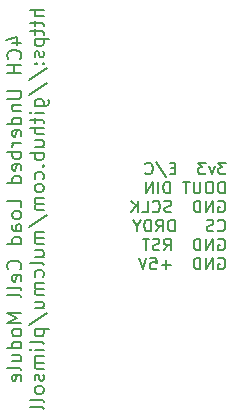
<source format=gbr>
%TF.GenerationSoftware,KiCad,Pcbnew,9.0.6*%
%TF.CreationDate,2025-12-29T21:08:54-05:00*%
%TF.ProjectId,plimsoll,706c696d-736f-46c6-9c2e-6b696361645f,rev?*%
%TF.SameCoordinates,Original*%
%TF.FileFunction,Legend,Bot*%
%TF.FilePolarity,Positive*%
%FSLAX46Y46*%
G04 Gerber Fmt 4.6, Leading zero omitted, Abs format (unit mm)*
G04 Created by KiCad (PCBNEW 9.0.6) date 2025-12-29 21:08:54*
%MOMM*%
%LPD*%
G01*
G04 APERTURE LIST*
G04 Aperture macros list*
%AMRoundRect*
0 Rectangle with rounded corners*
0 $1 Rounding radius*
0 $2 $3 $4 $5 $6 $7 $8 $9 X,Y pos of 4 corners*
0 Add a 4 corners polygon primitive as box body*
4,1,4,$2,$3,$4,$5,$6,$7,$8,$9,$2,$3,0*
0 Add four circle primitives for the rounded corners*
1,1,$1+$1,$2,$3*
1,1,$1+$1,$4,$5*
1,1,$1+$1,$6,$7*
1,1,$1+$1,$8,$9*
0 Add four rect primitives between the rounded corners*
20,1,$1+$1,$2,$3,$4,$5,0*
20,1,$1+$1,$4,$5,$6,$7,0*
20,1,$1+$1,$6,$7,$8,$9,0*
20,1,$1+$1,$8,$9,$2,$3,0*%
G04 Aperture macros list end*
%ADD10C,0.200000*%
%ADD11C,0.150000*%
%ADD12C,3.200000*%
%ADD13R,1.700000X1.700000*%
%ADD14C,1.700000*%
%ADD15RoundRect,0.250000X0.725000X-0.600000X0.725000X0.600000X-0.725000X0.600000X-0.725000X-0.600000X0*%
%ADD16O,1.950000X1.700000*%
%ADD17RoundRect,0.250000X0.600000X0.725000X-0.600000X0.725000X-0.600000X-0.725000X0.600000X-0.725000X0*%
%ADD18O,1.700000X1.950000*%
%ADD19RoundRect,0.250000X-0.725000X0.600000X-0.725000X-0.600000X0.725000X-0.600000X0.725000X0.600000X0*%
%ADD20RoundRect,0.250000X-0.600000X-0.725000X0.600000X-0.725000X0.600000X0.725000X-0.600000X0.725000X0*%
G04 APERTURE END LIST*
D10*
X131975564Y-119817499D02*
X131356517Y-119817499D01*
X131356517Y-119817499D02*
X131689850Y-120198451D01*
X131689850Y-120198451D02*
X131546993Y-120198451D01*
X131546993Y-120198451D02*
X131451755Y-120246070D01*
X131451755Y-120246070D02*
X131404136Y-120293689D01*
X131404136Y-120293689D02*
X131356517Y-120388927D01*
X131356517Y-120388927D02*
X131356517Y-120627022D01*
X131356517Y-120627022D02*
X131404136Y-120722260D01*
X131404136Y-120722260D02*
X131451755Y-120769880D01*
X131451755Y-120769880D02*
X131546993Y-120817499D01*
X131546993Y-120817499D02*
X131832707Y-120817499D01*
X131832707Y-120817499D02*
X131927945Y-120769880D01*
X131927945Y-120769880D02*
X131975564Y-120722260D01*
X131023183Y-120150832D02*
X130785088Y-120817499D01*
X130785088Y-120817499D02*
X130546993Y-120150832D01*
X130261278Y-119817499D02*
X129642231Y-119817499D01*
X129642231Y-119817499D02*
X129975564Y-120198451D01*
X129975564Y-120198451D02*
X129832707Y-120198451D01*
X129832707Y-120198451D02*
X129737469Y-120246070D01*
X129737469Y-120246070D02*
X129689850Y-120293689D01*
X129689850Y-120293689D02*
X129642231Y-120388927D01*
X129642231Y-120388927D02*
X129642231Y-120627022D01*
X129642231Y-120627022D02*
X129689850Y-120722260D01*
X129689850Y-120722260D02*
X129737469Y-120769880D01*
X129737469Y-120769880D02*
X129832707Y-120817499D01*
X129832707Y-120817499D02*
X130118421Y-120817499D01*
X130118421Y-120817499D02*
X130213659Y-120769880D01*
X130213659Y-120769880D02*
X130261278Y-120722260D01*
X127689849Y-120293689D02*
X127356516Y-120293689D01*
X127213659Y-120817499D02*
X127689849Y-120817499D01*
X127689849Y-120817499D02*
X127689849Y-119817499D01*
X127689849Y-119817499D02*
X127213659Y-119817499D01*
X126070802Y-119769880D02*
X126927944Y-121055594D01*
X125166040Y-120722260D02*
X125213659Y-120769880D01*
X125213659Y-120769880D02*
X125356516Y-120817499D01*
X125356516Y-120817499D02*
X125451754Y-120817499D01*
X125451754Y-120817499D02*
X125594611Y-120769880D01*
X125594611Y-120769880D02*
X125689849Y-120674641D01*
X125689849Y-120674641D02*
X125737468Y-120579403D01*
X125737468Y-120579403D02*
X125785087Y-120388927D01*
X125785087Y-120388927D02*
X125785087Y-120246070D01*
X125785087Y-120246070D02*
X125737468Y-120055594D01*
X125737468Y-120055594D02*
X125689849Y-119960356D01*
X125689849Y-119960356D02*
X125594611Y-119865118D01*
X125594611Y-119865118D02*
X125451754Y-119817499D01*
X125451754Y-119817499D02*
X125356516Y-119817499D01*
X125356516Y-119817499D02*
X125213659Y-119865118D01*
X125213659Y-119865118D02*
X125166040Y-119912737D01*
X131880326Y-122427443D02*
X131880326Y-121427443D01*
X131880326Y-121427443D02*
X131642231Y-121427443D01*
X131642231Y-121427443D02*
X131499374Y-121475062D01*
X131499374Y-121475062D02*
X131404136Y-121570300D01*
X131404136Y-121570300D02*
X131356517Y-121665538D01*
X131356517Y-121665538D02*
X131308898Y-121856014D01*
X131308898Y-121856014D02*
X131308898Y-121998871D01*
X131308898Y-121998871D02*
X131356517Y-122189347D01*
X131356517Y-122189347D02*
X131404136Y-122284585D01*
X131404136Y-122284585D02*
X131499374Y-122379824D01*
X131499374Y-122379824D02*
X131642231Y-122427443D01*
X131642231Y-122427443D02*
X131880326Y-122427443D01*
X130689850Y-121427443D02*
X130499374Y-121427443D01*
X130499374Y-121427443D02*
X130404136Y-121475062D01*
X130404136Y-121475062D02*
X130308898Y-121570300D01*
X130308898Y-121570300D02*
X130261279Y-121760776D01*
X130261279Y-121760776D02*
X130261279Y-122094109D01*
X130261279Y-122094109D02*
X130308898Y-122284585D01*
X130308898Y-122284585D02*
X130404136Y-122379824D01*
X130404136Y-122379824D02*
X130499374Y-122427443D01*
X130499374Y-122427443D02*
X130689850Y-122427443D01*
X130689850Y-122427443D02*
X130785088Y-122379824D01*
X130785088Y-122379824D02*
X130880326Y-122284585D01*
X130880326Y-122284585D02*
X130927945Y-122094109D01*
X130927945Y-122094109D02*
X130927945Y-121760776D01*
X130927945Y-121760776D02*
X130880326Y-121570300D01*
X130880326Y-121570300D02*
X130785088Y-121475062D01*
X130785088Y-121475062D02*
X130689850Y-121427443D01*
X129832707Y-121427443D02*
X129832707Y-122236966D01*
X129832707Y-122236966D02*
X129785088Y-122332204D01*
X129785088Y-122332204D02*
X129737469Y-122379824D01*
X129737469Y-122379824D02*
X129642231Y-122427443D01*
X129642231Y-122427443D02*
X129451755Y-122427443D01*
X129451755Y-122427443D02*
X129356517Y-122379824D01*
X129356517Y-122379824D02*
X129308898Y-122332204D01*
X129308898Y-122332204D02*
X129261279Y-122236966D01*
X129261279Y-122236966D02*
X129261279Y-121427443D01*
X128927945Y-121427443D02*
X128356517Y-121427443D01*
X128642231Y-122427443D02*
X128642231Y-121427443D01*
X127261278Y-122427443D02*
X127261278Y-121427443D01*
X127261278Y-121427443D02*
X127023183Y-121427443D01*
X127023183Y-121427443D02*
X126880326Y-121475062D01*
X126880326Y-121475062D02*
X126785088Y-121570300D01*
X126785088Y-121570300D02*
X126737469Y-121665538D01*
X126737469Y-121665538D02*
X126689850Y-121856014D01*
X126689850Y-121856014D02*
X126689850Y-121998871D01*
X126689850Y-121998871D02*
X126737469Y-122189347D01*
X126737469Y-122189347D02*
X126785088Y-122284585D01*
X126785088Y-122284585D02*
X126880326Y-122379824D01*
X126880326Y-122379824D02*
X127023183Y-122427443D01*
X127023183Y-122427443D02*
X127261278Y-122427443D01*
X126261278Y-122427443D02*
X126261278Y-121427443D01*
X125785088Y-122427443D02*
X125785088Y-121427443D01*
X125785088Y-121427443D02*
X125213660Y-122427443D01*
X125213660Y-122427443D02*
X125213660Y-121427443D01*
X131356517Y-123085006D02*
X131451755Y-123037387D01*
X131451755Y-123037387D02*
X131594612Y-123037387D01*
X131594612Y-123037387D02*
X131737469Y-123085006D01*
X131737469Y-123085006D02*
X131832707Y-123180244D01*
X131832707Y-123180244D02*
X131880326Y-123275482D01*
X131880326Y-123275482D02*
X131927945Y-123465958D01*
X131927945Y-123465958D02*
X131927945Y-123608815D01*
X131927945Y-123608815D02*
X131880326Y-123799291D01*
X131880326Y-123799291D02*
X131832707Y-123894529D01*
X131832707Y-123894529D02*
X131737469Y-123989768D01*
X131737469Y-123989768D02*
X131594612Y-124037387D01*
X131594612Y-124037387D02*
X131499374Y-124037387D01*
X131499374Y-124037387D02*
X131356517Y-123989768D01*
X131356517Y-123989768D02*
X131308898Y-123942148D01*
X131308898Y-123942148D02*
X131308898Y-123608815D01*
X131308898Y-123608815D02*
X131499374Y-123608815D01*
X130880326Y-124037387D02*
X130880326Y-123037387D01*
X130880326Y-123037387D02*
X130308898Y-124037387D01*
X130308898Y-124037387D02*
X130308898Y-123037387D01*
X129832707Y-124037387D02*
X129832707Y-123037387D01*
X129832707Y-123037387D02*
X129594612Y-123037387D01*
X129594612Y-123037387D02*
X129451755Y-123085006D01*
X129451755Y-123085006D02*
X129356517Y-123180244D01*
X129356517Y-123180244D02*
X129308898Y-123275482D01*
X129308898Y-123275482D02*
X129261279Y-123465958D01*
X129261279Y-123465958D02*
X129261279Y-123608815D01*
X129261279Y-123608815D02*
X129308898Y-123799291D01*
X129308898Y-123799291D02*
X129356517Y-123894529D01*
X129356517Y-123894529D02*
X129451755Y-123989768D01*
X129451755Y-123989768D02*
X129594612Y-124037387D01*
X129594612Y-124037387D02*
X129832707Y-124037387D01*
X127356516Y-123989768D02*
X127213659Y-124037387D01*
X127213659Y-124037387D02*
X126975564Y-124037387D01*
X126975564Y-124037387D02*
X126880326Y-123989768D01*
X126880326Y-123989768D02*
X126832707Y-123942148D01*
X126832707Y-123942148D02*
X126785088Y-123846910D01*
X126785088Y-123846910D02*
X126785088Y-123751672D01*
X126785088Y-123751672D02*
X126832707Y-123656434D01*
X126832707Y-123656434D02*
X126880326Y-123608815D01*
X126880326Y-123608815D02*
X126975564Y-123561196D01*
X126975564Y-123561196D02*
X127166040Y-123513577D01*
X127166040Y-123513577D02*
X127261278Y-123465958D01*
X127261278Y-123465958D02*
X127308897Y-123418339D01*
X127308897Y-123418339D02*
X127356516Y-123323101D01*
X127356516Y-123323101D02*
X127356516Y-123227863D01*
X127356516Y-123227863D02*
X127308897Y-123132625D01*
X127308897Y-123132625D02*
X127261278Y-123085006D01*
X127261278Y-123085006D02*
X127166040Y-123037387D01*
X127166040Y-123037387D02*
X126927945Y-123037387D01*
X126927945Y-123037387D02*
X126785088Y-123085006D01*
X125785088Y-123942148D02*
X125832707Y-123989768D01*
X125832707Y-123989768D02*
X125975564Y-124037387D01*
X125975564Y-124037387D02*
X126070802Y-124037387D01*
X126070802Y-124037387D02*
X126213659Y-123989768D01*
X126213659Y-123989768D02*
X126308897Y-123894529D01*
X126308897Y-123894529D02*
X126356516Y-123799291D01*
X126356516Y-123799291D02*
X126404135Y-123608815D01*
X126404135Y-123608815D02*
X126404135Y-123465958D01*
X126404135Y-123465958D02*
X126356516Y-123275482D01*
X126356516Y-123275482D02*
X126308897Y-123180244D01*
X126308897Y-123180244D02*
X126213659Y-123085006D01*
X126213659Y-123085006D02*
X126070802Y-123037387D01*
X126070802Y-123037387D02*
X125975564Y-123037387D01*
X125975564Y-123037387D02*
X125832707Y-123085006D01*
X125832707Y-123085006D02*
X125785088Y-123132625D01*
X124880326Y-124037387D02*
X125356516Y-124037387D01*
X125356516Y-124037387D02*
X125356516Y-123037387D01*
X124546992Y-124037387D02*
X124546992Y-123037387D01*
X123975564Y-124037387D02*
X124404135Y-123465958D01*
X123975564Y-123037387D02*
X124546992Y-123608815D01*
X131308898Y-125552092D02*
X131356517Y-125599712D01*
X131356517Y-125599712D02*
X131499374Y-125647331D01*
X131499374Y-125647331D02*
X131594612Y-125647331D01*
X131594612Y-125647331D02*
X131737469Y-125599712D01*
X131737469Y-125599712D02*
X131832707Y-125504473D01*
X131832707Y-125504473D02*
X131880326Y-125409235D01*
X131880326Y-125409235D02*
X131927945Y-125218759D01*
X131927945Y-125218759D02*
X131927945Y-125075902D01*
X131927945Y-125075902D02*
X131880326Y-124885426D01*
X131880326Y-124885426D02*
X131832707Y-124790188D01*
X131832707Y-124790188D02*
X131737469Y-124694950D01*
X131737469Y-124694950D02*
X131594612Y-124647331D01*
X131594612Y-124647331D02*
X131499374Y-124647331D01*
X131499374Y-124647331D02*
X131356517Y-124694950D01*
X131356517Y-124694950D02*
X131308898Y-124742569D01*
X130927945Y-125599712D02*
X130785088Y-125647331D01*
X130785088Y-125647331D02*
X130546993Y-125647331D01*
X130546993Y-125647331D02*
X130451755Y-125599712D01*
X130451755Y-125599712D02*
X130404136Y-125552092D01*
X130404136Y-125552092D02*
X130356517Y-125456854D01*
X130356517Y-125456854D02*
X130356517Y-125361616D01*
X130356517Y-125361616D02*
X130404136Y-125266378D01*
X130404136Y-125266378D02*
X130451755Y-125218759D01*
X130451755Y-125218759D02*
X130546993Y-125171140D01*
X130546993Y-125171140D02*
X130737469Y-125123521D01*
X130737469Y-125123521D02*
X130832707Y-125075902D01*
X130832707Y-125075902D02*
X130880326Y-125028283D01*
X130880326Y-125028283D02*
X130927945Y-124933045D01*
X130927945Y-124933045D02*
X130927945Y-124837807D01*
X130927945Y-124837807D02*
X130880326Y-124742569D01*
X130880326Y-124742569D02*
X130832707Y-124694950D01*
X130832707Y-124694950D02*
X130737469Y-124647331D01*
X130737469Y-124647331D02*
X130499374Y-124647331D01*
X130499374Y-124647331D02*
X130356517Y-124694950D01*
X127642230Y-125647331D02*
X127642230Y-124647331D01*
X127642230Y-124647331D02*
X127404135Y-124647331D01*
X127404135Y-124647331D02*
X127261278Y-124694950D01*
X127261278Y-124694950D02*
X127166040Y-124790188D01*
X127166040Y-124790188D02*
X127118421Y-124885426D01*
X127118421Y-124885426D02*
X127070802Y-125075902D01*
X127070802Y-125075902D02*
X127070802Y-125218759D01*
X127070802Y-125218759D02*
X127118421Y-125409235D01*
X127118421Y-125409235D02*
X127166040Y-125504473D01*
X127166040Y-125504473D02*
X127261278Y-125599712D01*
X127261278Y-125599712D02*
X127404135Y-125647331D01*
X127404135Y-125647331D02*
X127642230Y-125647331D01*
X126070802Y-125647331D02*
X126404135Y-125171140D01*
X126642230Y-125647331D02*
X126642230Y-124647331D01*
X126642230Y-124647331D02*
X126261278Y-124647331D01*
X126261278Y-124647331D02*
X126166040Y-124694950D01*
X126166040Y-124694950D02*
X126118421Y-124742569D01*
X126118421Y-124742569D02*
X126070802Y-124837807D01*
X126070802Y-124837807D02*
X126070802Y-124980664D01*
X126070802Y-124980664D02*
X126118421Y-125075902D01*
X126118421Y-125075902D02*
X126166040Y-125123521D01*
X126166040Y-125123521D02*
X126261278Y-125171140D01*
X126261278Y-125171140D02*
X126642230Y-125171140D01*
X125642230Y-125647331D02*
X125642230Y-124647331D01*
X125642230Y-124647331D02*
X125404135Y-124647331D01*
X125404135Y-124647331D02*
X125261278Y-124694950D01*
X125261278Y-124694950D02*
X125166040Y-124790188D01*
X125166040Y-124790188D02*
X125118421Y-124885426D01*
X125118421Y-124885426D02*
X125070802Y-125075902D01*
X125070802Y-125075902D02*
X125070802Y-125218759D01*
X125070802Y-125218759D02*
X125118421Y-125409235D01*
X125118421Y-125409235D02*
X125166040Y-125504473D01*
X125166040Y-125504473D02*
X125261278Y-125599712D01*
X125261278Y-125599712D02*
X125404135Y-125647331D01*
X125404135Y-125647331D02*
X125642230Y-125647331D01*
X124451754Y-125171140D02*
X124451754Y-125647331D01*
X124785087Y-124647331D02*
X124451754Y-125171140D01*
X124451754Y-125171140D02*
X124118421Y-124647331D01*
X131356517Y-126304894D02*
X131451755Y-126257275D01*
X131451755Y-126257275D02*
X131594612Y-126257275D01*
X131594612Y-126257275D02*
X131737469Y-126304894D01*
X131737469Y-126304894D02*
X131832707Y-126400132D01*
X131832707Y-126400132D02*
X131880326Y-126495370D01*
X131880326Y-126495370D02*
X131927945Y-126685846D01*
X131927945Y-126685846D02*
X131927945Y-126828703D01*
X131927945Y-126828703D02*
X131880326Y-127019179D01*
X131880326Y-127019179D02*
X131832707Y-127114417D01*
X131832707Y-127114417D02*
X131737469Y-127209656D01*
X131737469Y-127209656D02*
X131594612Y-127257275D01*
X131594612Y-127257275D02*
X131499374Y-127257275D01*
X131499374Y-127257275D02*
X131356517Y-127209656D01*
X131356517Y-127209656D02*
X131308898Y-127162036D01*
X131308898Y-127162036D02*
X131308898Y-126828703D01*
X131308898Y-126828703D02*
X131499374Y-126828703D01*
X130880326Y-127257275D02*
X130880326Y-126257275D01*
X130880326Y-126257275D02*
X130308898Y-127257275D01*
X130308898Y-127257275D02*
X130308898Y-126257275D01*
X129832707Y-127257275D02*
X129832707Y-126257275D01*
X129832707Y-126257275D02*
X129594612Y-126257275D01*
X129594612Y-126257275D02*
X129451755Y-126304894D01*
X129451755Y-126304894D02*
X129356517Y-126400132D01*
X129356517Y-126400132D02*
X129308898Y-126495370D01*
X129308898Y-126495370D02*
X129261279Y-126685846D01*
X129261279Y-126685846D02*
X129261279Y-126828703D01*
X129261279Y-126828703D02*
X129308898Y-127019179D01*
X129308898Y-127019179D02*
X129356517Y-127114417D01*
X129356517Y-127114417D02*
X129451755Y-127209656D01*
X129451755Y-127209656D02*
X129594612Y-127257275D01*
X129594612Y-127257275D02*
X129832707Y-127257275D01*
X126737469Y-127257275D02*
X127070802Y-126781084D01*
X127308897Y-127257275D02*
X127308897Y-126257275D01*
X127308897Y-126257275D02*
X126927945Y-126257275D01*
X126927945Y-126257275D02*
X126832707Y-126304894D01*
X126832707Y-126304894D02*
X126785088Y-126352513D01*
X126785088Y-126352513D02*
X126737469Y-126447751D01*
X126737469Y-126447751D02*
X126737469Y-126590608D01*
X126737469Y-126590608D02*
X126785088Y-126685846D01*
X126785088Y-126685846D02*
X126832707Y-126733465D01*
X126832707Y-126733465D02*
X126927945Y-126781084D01*
X126927945Y-126781084D02*
X127308897Y-126781084D01*
X126356516Y-127209656D02*
X126213659Y-127257275D01*
X126213659Y-127257275D02*
X125975564Y-127257275D01*
X125975564Y-127257275D02*
X125880326Y-127209656D01*
X125880326Y-127209656D02*
X125832707Y-127162036D01*
X125832707Y-127162036D02*
X125785088Y-127066798D01*
X125785088Y-127066798D02*
X125785088Y-126971560D01*
X125785088Y-126971560D02*
X125832707Y-126876322D01*
X125832707Y-126876322D02*
X125880326Y-126828703D01*
X125880326Y-126828703D02*
X125975564Y-126781084D01*
X125975564Y-126781084D02*
X126166040Y-126733465D01*
X126166040Y-126733465D02*
X126261278Y-126685846D01*
X126261278Y-126685846D02*
X126308897Y-126638227D01*
X126308897Y-126638227D02*
X126356516Y-126542989D01*
X126356516Y-126542989D02*
X126356516Y-126447751D01*
X126356516Y-126447751D02*
X126308897Y-126352513D01*
X126308897Y-126352513D02*
X126261278Y-126304894D01*
X126261278Y-126304894D02*
X126166040Y-126257275D01*
X126166040Y-126257275D02*
X125927945Y-126257275D01*
X125927945Y-126257275D02*
X125785088Y-126304894D01*
X125499373Y-126257275D02*
X124927945Y-126257275D01*
X125213659Y-127257275D02*
X125213659Y-126257275D01*
X131356517Y-127914838D02*
X131451755Y-127867219D01*
X131451755Y-127867219D02*
X131594612Y-127867219D01*
X131594612Y-127867219D02*
X131737469Y-127914838D01*
X131737469Y-127914838D02*
X131832707Y-128010076D01*
X131832707Y-128010076D02*
X131880326Y-128105314D01*
X131880326Y-128105314D02*
X131927945Y-128295790D01*
X131927945Y-128295790D02*
X131927945Y-128438647D01*
X131927945Y-128438647D02*
X131880326Y-128629123D01*
X131880326Y-128629123D02*
X131832707Y-128724361D01*
X131832707Y-128724361D02*
X131737469Y-128819600D01*
X131737469Y-128819600D02*
X131594612Y-128867219D01*
X131594612Y-128867219D02*
X131499374Y-128867219D01*
X131499374Y-128867219D02*
X131356517Y-128819600D01*
X131356517Y-128819600D02*
X131308898Y-128771980D01*
X131308898Y-128771980D02*
X131308898Y-128438647D01*
X131308898Y-128438647D02*
X131499374Y-128438647D01*
X130880326Y-128867219D02*
X130880326Y-127867219D01*
X130880326Y-127867219D02*
X130308898Y-128867219D01*
X130308898Y-128867219D02*
X130308898Y-127867219D01*
X129832707Y-128867219D02*
X129832707Y-127867219D01*
X129832707Y-127867219D02*
X129594612Y-127867219D01*
X129594612Y-127867219D02*
X129451755Y-127914838D01*
X129451755Y-127914838D02*
X129356517Y-128010076D01*
X129356517Y-128010076D02*
X129308898Y-128105314D01*
X129308898Y-128105314D02*
X129261279Y-128295790D01*
X129261279Y-128295790D02*
X129261279Y-128438647D01*
X129261279Y-128438647D02*
X129308898Y-128629123D01*
X129308898Y-128629123D02*
X129356517Y-128724361D01*
X129356517Y-128724361D02*
X129451755Y-128819600D01*
X129451755Y-128819600D02*
X129594612Y-128867219D01*
X129594612Y-128867219D02*
X129832707Y-128867219D01*
X127308897Y-128486266D02*
X126546993Y-128486266D01*
X126927945Y-128867219D02*
X126927945Y-128105314D01*
X125594612Y-127867219D02*
X126070802Y-127867219D01*
X126070802Y-127867219D02*
X126118421Y-128343409D01*
X126118421Y-128343409D02*
X126070802Y-128295790D01*
X126070802Y-128295790D02*
X125975564Y-128248171D01*
X125975564Y-128248171D02*
X125737469Y-128248171D01*
X125737469Y-128248171D02*
X125642231Y-128295790D01*
X125642231Y-128295790D02*
X125594612Y-128343409D01*
X125594612Y-128343409D02*
X125546993Y-128438647D01*
X125546993Y-128438647D02*
X125546993Y-128676742D01*
X125546993Y-128676742D02*
X125594612Y-128771980D01*
X125594612Y-128771980D02*
X125642231Y-128819600D01*
X125642231Y-128819600D02*
X125737469Y-128867219D01*
X125737469Y-128867219D02*
X125975564Y-128867219D01*
X125975564Y-128867219D02*
X126070802Y-128819600D01*
X126070802Y-128819600D02*
X126118421Y-128771980D01*
X125261278Y-127867219D02*
X124927945Y-128867219D01*
X124927945Y-128867219D02*
X124594612Y-127867219D01*
D11*
X113863409Y-109721431D02*
X114663409Y-109721431D01*
X113406267Y-109435716D02*
X114263409Y-109150002D01*
X114263409Y-109150002D02*
X114263409Y-109892859D01*
X114549124Y-111035716D02*
X114606267Y-110978573D01*
X114606267Y-110978573D02*
X114663409Y-110807145D01*
X114663409Y-110807145D02*
X114663409Y-110692859D01*
X114663409Y-110692859D02*
X114606267Y-110521430D01*
X114606267Y-110521430D02*
X114491981Y-110407145D01*
X114491981Y-110407145D02*
X114377695Y-110350002D01*
X114377695Y-110350002D02*
X114149124Y-110292859D01*
X114149124Y-110292859D02*
X113977695Y-110292859D01*
X113977695Y-110292859D02*
X113749124Y-110350002D01*
X113749124Y-110350002D02*
X113634838Y-110407145D01*
X113634838Y-110407145D02*
X113520552Y-110521430D01*
X113520552Y-110521430D02*
X113463409Y-110692859D01*
X113463409Y-110692859D02*
X113463409Y-110807145D01*
X113463409Y-110807145D02*
X113520552Y-110978573D01*
X113520552Y-110978573D02*
X113577695Y-111035716D01*
X114663409Y-111550002D02*
X113463409Y-111550002D01*
X114034838Y-111550002D02*
X114034838Y-112235716D01*
X114663409Y-112235716D02*
X113463409Y-112235716D01*
X113463409Y-113721431D02*
X114434838Y-113721431D01*
X114434838Y-113721431D02*
X114549124Y-113778574D01*
X114549124Y-113778574D02*
X114606267Y-113835717D01*
X114606267Y-113835717D02*
X114663409Y-113950002D01*
X114663409Y-113950002D02*
X114663409Y-114178574D01*
X114663409Y-114178574D02*
X114606267Y-114292859D01*
X114606267Y-114292859D02*
X114549124Y-114350002D01*
X114549124Y-114350002D02*
X114434838Y-114407145D01*
X114434838Y-114407145D02*
X113463409Y-114407145D01*
X113863409Y-114978574D02*
X114663409Y-114978574D01*
X113977695Y-114978574D02*
X113920552Y-115035717D01*
X113920552Y-115035717D02*
X113863409Y-115150002D01*
X113863409Y-115150002D02*
X113863409Y-115321431D01*
X113863409Y-115321431D02*
X113920552Y-115435717D01*
X113920552Y-115435717D02*
X114034838Y-115492860D01*
X114034838Y-115492860D02*
X114663409Y-115492860D01*
X114663409Y-116578574D02*
X113463409Y-116578574D01*
X114606267Y-116578574D02*
X114663409Y-116464288D01*
X114663409Y-116464288D02*
X114663409Y-116235716D01*
X114663409Y-116235716D02*
X114606267Y-116121431D01*
X114606267Y-116121431D02*
X114549124Y-116064288D01*
X114549124Y-116064288D02*
X114434838Y-116007145D01*
X114434838Y-116007145D02*
X114091981Y-116007145D01*
X114091981Y-116007145D02*
X113977695Y-116064288D01*
X113977695Y-116064288D02*
X113920552Y-116121431D01*
X113920552Y-116121431D02*
X113863409Y-116235716D01*
X113863409Y-116235716D02*
X113863409Y-116464288D01*
X113863409Y-116464288D02*
X113920552Y-116578574D01*
X114606267Y-117607145D02*
X114663409Y-117492859D01*
X114663409Y-117492859D02*
X114663409Y-117264288D01*
X114663409Y-117264288D02*
X114606267Y-117150002D01*
X114606267Y-117150002D02*
X114491981Y-117092859D01*
X114491981Y-117092859D02*
X114034838Y-117092859D01*
X114034838Y-117092859D02*
X113920552Y-117150002D01*
X113920552Y-117150002D02*
X113863409Y-117264288D01*
X113863409Y-117264288D02*
X113863409Y-117492859D01*
X113863409Y-117492859D02*
X113920552Y-117607145D01*
X113920552Y-117607145D02*
X114034838Y-117664288D01*
X114034838Y-117664288D02*
X114149124Y-117664288D01*
X114149124Y-117664288D02*
X114263409Y-117092859D01*
X114663409Y-118178573D02*
X113863409Y-118178573D01*
X114091981Y-118178573D02*
X113977695Y-118235716D01*
X113977695Y-118235716D02*
X113920552Y-118292859D01*
X113920552Y-118292859D02*
X113863409Y-118407144D01*
X113863409Y-118407144D02*
X113863409Y-118521430D01*
X114663409Y-118921430D02*
X113463409Y-118921430D01*
X113920552Y-118921430D02*
X113863409Y-119035716D01*
X113863409Y-119035716D02*
X113863409Y-119264287D01*
X113863409Y-119264287D02*
X113920552Y-119378573D01*
X113920552Y-119378573D02*
X113977695Y-119435716D01*
X113977695Y-119435716D02*
X114091981Y-119492858D01*
X114091981Y-119492858D02*
X114434838Y-119492858D01*
X114434838Y-119492858D02*
X114549124Y-119435716D01*
X114549124Y-119435716D02*
X114606267Y-119378573D01*
X114606267Y-119378573D02*
X114663409Y-119264287D01*
X114663409Y-119264287D02*
X114663409Y-119035716D01*
X114663409Y-119035716D02*
X114606267Y-118921430D01*
X114606267Y-120464287D02*
X114663409Y-120350001D01*
X114663409Y-120350001D02*
X114663409Y-120121430D01*
X114663409Y-120121430D02*
X114606267Y-120007144D01*
X114606267Y-120007144D02*
X114491981Y-119950001D01*
X114491981Y-119950001D02*
X114034838Y-119950001D01*
X114034838Y-119950001D02*
X113920552Y-120007144D01*
X113920552Y-120007144D02*
X113863409Y-120121430D01*
X113863409Y-120121430D02*
X113863409Y-120350001D01*
X113863409Y-120350001D02*
X113920552Y-120464287D01*
X113920552Y-120464287D02*
X114034838Y-120521430D01*
X114034838Y-120521430D02*
X114149124Y-120521430D01*
X114149124Y-120521430D02*
X114263409Y-119950001D01*
X114663409Y-121550001D02*
X113463409Y-121550001D01*
X114606267Y-121550001D02*
X114663409Y-121435715D01*
X114663409Y-121435715D02*
X114663409Y-121207143D01*
X114663409Y-121207143D02*
X114606267Y-121092858D01*
X114606267Y-121092858D02*
X114549124Y-121035715D01*
X114549124Y-121035715D02*
X114434838Y-120978572D01*
X114434838Y-120978572D02*
X114091981Y-120978572D01*
X114091981Y-120978572D02*
X113977695Y-121035715D01*
X113977695Y-121035715D02*
X113920552Y-121092858D01*
X113920552Y-121092858D02*
X113863409Y-121207143D01*
X113863409Y-121207143D02*
X113863409Y-121435715D01*
X113863409Y-121435715D02*
X113920552Y-121550001D01*
X114663409Y-123607143D02*
X114663409Y-123035715D01*
X114663409Y-123035715D02*
X113463409Y-123035715D01*
X114663409Y-124178572D02*
X114606267Y-124064287D01*
X114606267Y-124064287D02*
X114549124Y-124007144D01*
X114549124Y-124007144D02*
X114434838Y-123950001D01*
X114434838Y-123950001D02*
X114091981Y-123950001D01*
X114091981Y-123950001D02*
X113977695Y-124007144D01*
X113977695Y-124007144D02*
X113920552Y-124064287D01*
X113920552Y-124064287D02*
X113863409Y-124178572D01*
X113863409Y-124178572D02*
X113863409Y-124350001D01*
X113863409Y-124350001D02*
X113920552Y-124464287D01*
X113920552Y-124464287D02*
X113977695Y-124521430D01*
X113977695Y-124521430D02*
X114091981Y-124578572D01*
X114091981Y-124578572D02*
X114434838Y-124578572D01*
X114434838Y-124578572D02*
X114549124Y-124521430D01*
X114549124Y-124521430D02*
X114606267Y-124464287D01*
X114606267Y-124464287D02*
X114663409Y-124350001D01*
X114663409Y-124350001D02*
X114663409Y-124178572D01*
X114663409Y-125607144D02*
X114034838Y-125607144D01*
X114034838Y-125607144D02*
X113920552Y-125550001D01*
X113920552Y-125550001D02*
X113863409Y-125435715D01*
X113863409Y-125435715D02*
X113863409Y-125207144D01*
X113863409Y-125207144D02*
X113920552Y-125092858D01*
X114606267Y-125607144D02*
X114663409Y-125492858D01*
X114663409Y-125492858D02*
X114663409Y-125207144D01*
X114663409Y-125207144D02*
X114606267Y-125092858D01*
X114606267Y-125092858D02*
X114491981Y-125035715D01*
X114491981Y-125035715D02*
X114377695Y-125035715D01*
X114377695Y-125035715D02*
X114263409Y-125092858D01*
X114263409Y-125092858D02*
X114206267Y-125207144D01*
X114206267Y-125207144D02*
X114206267Y-125492858D01*
X114206267Y-125492858D02*
X114149124Y-125607144D01*
X114663409Y-126692858D02*
X113463409Y-126692858D01*
X114606267Y-126692858D02*
X114663409Y-126578572D01*
X114663409Y-126578572D02*
X114663409Y-126350000D01*
X114663409Y-126350000D02*
X114606267Y-126235715D01*
X114606267Y-126235715D02*
X114549124Y-126178572D01*
X114549124Y-126178572D02*
X114434838Y-126121429D01*
X114434838Y-126121429D02*
X114091981Y-126121429D01*
X114091981Y-126121429D02*
X113977695Y-126178572D01*
X113977695Y-126178572D02*
X113920552Y-126235715D01*
X113920552Y-126235715D02*
X113863409Y-126350000D01*
X113863409Y-126350000D02*
X113863409Y-126578572D01*
X113863409Y-126578572D02*
X113920552Y-126692858D01*
X114549124Y-128864286D02*
X114606267Y-128807143D01*
X114606267Y-128807143D02*
X114663409Y-128635715D01*
X114663409Y-128635715D02*
X114663409Y-128521429D01*
X114663409Y-128521429D02*
X114606267Y-128350000D01*
X114606267Y-128350000D02*
X114491981Y-128235715D01*
X114491981Y-128235715D02*
X114377695Y-128178572D01*
X114377695Y-128178572D02*
X114149124Y-128121429D01*
X114149124Y-128121429D02*
X113977695Y-128121429D01*
X113977695Y-128121429D02*
X113749124Y-128178572D01*
X113749124Y-128178572D02*
X113634838Y-128235715D01*
X113634838Y-128235715D02*
X113520552Y-128350000D01*
X113520552Y-128350000D02*
X113463409Y-128521429D01*
X113463409Y-128521429D02*
X113463409Y-128635715D01*
X113463409Y-128635715D02*
X113520552Y-128807143D01*
X113520552Y-128807143D02*
X113577695Y-128864286D01*
X114606267Y-129835715D02*
X114663409Y-129721429D01*
X114663409Y-129721429D02*
X114663409Y-129492858D01*
X114663409Y-129492858D02*
X114606267Y-129378572D01*
X114606267Y-129378572D02*
X114491981Y-129321429D01*
X114491981Y-129321429D02*
X114034838Y-129321429D01*
X114034838Y-129321429D02*
X113920552Y-129378572D01*
X113920552Y-129378572D02*
X113863409Y-129492858D01*
X113863409Y-129492858D02*
X113863409Y-129721429D01*
X113863409Y-129721429D02*
X113920552Y-129835715D01*
X113920552Y-129835715D02*
X114034838Y-129892858D01*
X114034838Y-129892858D02*
X114149124Y-129892858D01*
X114149124Y-129892858D02*
X114263409Y-129321429D01*
X114663409Y-130578571D02*
X114606267Y-130464286D01*
X114606267Y-130464286D02*
X114491981Y-130407143D01*
X114491981Y-130407143D02*
X113463409Y-130407143D01*
X114663409Y-131207142D02*
X114606267Y-131092857D01*
X114606267Y-131092857D02*
X114491981Y-131035714D01*
X114491981Y-131035714D02*
X113463409Y-131035714D01*
X114663409Y-132578571D02*
X113463409Y-132578571D01*
X113463409Y-132578571D02*
X114320552Y-132978571D01*
X114320552Y-132978571D02*
X113463409Y-133378571D01*
X113463409Y-133378571D02*
X114663409Y-133378571D01*
X114663409Y-134121428D02*
X114606267Y-134007143D01*
X114606267Y-134007143D02*
X114549124Y-133950000D01*
X114549124Y-133950000D02*
X114434838Y-133892857D01*
X114434838Y-133892857D02*
X114091981Y-133892857D01*
X114091981Y-133892857D02*
X113977695Y-133950000D01*
X113977695Y-133950000D02*
X113920552Y-134007143D01*
X113920552Y-134007143D02*
X113863409Y-134121428D01*
X113863409Y-134121428D02*
X113863409Y-134292857D01*
X113863409Y-134292857D02*
X113920552Y-134407143D01*
X113920552Y-134407143D02*
X113977695Y-134464286D01*
X113977695Y-134464286D02*
X114091981Y-134521428D01*
X114091981Y-134521428D02*
X114434838Y-134521428D01*
X114434838Y-134521428D02*
X114549124Y-134464286D01*
X114549124Y-134464286D02*
X114606267Y-134407143D01*
X114606267Y-134407143D02*
X114663409Y-134292857D01*
X114663409Y-134292857D02*
X114663409Y-134121428D01*
X114663409Y-135550000D02*
X113463409Y-135550000D01*
X114606267Y-135550000D02*
X114663409Y-135435714D01*
X114663409Y-135435714D02*
X114663409Y-135207142D01*
X114663409Y-135207142D02*
X114606267Y-135092857D01*
X114606267Y-135092857D02*
X114549124Y-135035714D01*
X114549124Y-135035714D02*
X114434838Y-134978571D01*
X114434838Y-134978571D02*
X114091981Y-134978571D01*
X114091981Y-134978571D02*
X113977695Y-135035714D01*
X113977695Y-135035714D02*
X113920552Y-135092857D01*
X113920552Y-135092857D02*
X113863409Y-135207142D01*
X113863409Y-135207142D02*
X113863409Y-135435714D01*
X113863409Y-135435714D02*
X113920552Y-135550000D01*
X113863409Y-136635714D02*
X114663409Y-136635714D01*
X113863409Y-136121428D02*
X114491981Y-136121428D01*
X114491981Y-136121428D02*
X114606267Y-136178571D01*
X114606267Y-136178571D02*
X114663409Y-136292856D01*
X114663409Y-136292856D02*
X114663409Y-136464285D01*
X114663409Y-136464285D02*
X114606267Y-136578571D01*
X114606267Y-136578571D02*
X114549124Y-136635714D01*
X114663409Y-137378570D02*
X114606267Y-137264285D01*
X114606267Y-137264285D02*
X114491981Y-137207142D01*
X114491981Y-137207142D02*
X113463409Y-137207142D01*
X114606267Y-138292856D02*
X114663409Y-138178570D01*
X114663409Y-138178570D02*
X114663409Y-137949999D01*
X114663409Y-137949999D02*
X114606267Y-137835713D01*
X114606267Y-137835713D02*
X114491981Y-137778570D01*
X114491981Y-137778570D02*
X114034838Y-137778570D01*
X114034838Y-137778570D02*
X113920552Y-137835713D01*
X113920552Y-137835713D02*
X113863409Y-137949999D01*
X113863409Y-137949999D02*
X113863409Y-138178570D01*
X113863409Y-138178570D02*
X113920552Y-138292856D01*
X113920552Y-138292856D02*
X114034838Y-138349999D01*
X114034838Y-138349999D02*
X114149124Y-138349999D01*
X114149124Y-138349999D02*
X114263409Y-137778570D01*
X116595342Y-106921430D02*
X115395342Y-106921430D01*
X116595342Y-107435716D02*
X115966771Y-107435716D01*
X115966771Y-107435716D02*
X115852485Y-107378573D01*
X115852485Y-107378573D02*
X115795342Y-107264287D01*
X115795342Y-107264287D02*
X115795342Y-107092858D01*
X115795342Y-107092858D02*
X115852485Y-106978573D01*
X115852485Y-106978573D02*
X115909628Y-106921430D01*
X115795342Y-107835715D02*
X115795342Y-108292858D01*
X115395342Y-108007144D02*
X116423914Y-108007144D01*
X116423914Y-108007144D02*
X116538200Y-108064287D01*
X116538200Y-108064287D02*
X116595342Y-108178572D01*
X116595342Y-108178572D02*
X116595342Y-108292858D01*
X115795342Y-108521429D02*
X115795342Y-108978572D01*
X115395342Y-108692858D02*
X116423914Y-108692858D01*
X116423914Y-108692858D02*
X116538200Y-108750001D01*
X116538200Y-108750001D02*
X116595342Y-108864286D01*
X116595342Y-108864286D02*
X116595342Y-108978572D01*
X115795342Y-109378572D02*
X116995342Y-109378572D01*
X115852485Y-109378572D02*
X115795342Y-109492858D01*
X115795342Y-109492858D02*
X115795342Y-109721429D01*
X115795342Y-109721429D02*
X115852485Y-109835715D01*
X115852485Y-109835715D02*
X115909628Y-109892858D01*
X115909628Y-109892858D02*
X116023914Y-109950000D01*
X116023914Y-109950000D02*
X116366771Y-109950000D01*
X116366771Y-109950000D02*
X116481057Y-109892858D01*
X116481057Y-109892858D02*
X116538200Y-109835715D01*
X116538200Y-109835715D02*
X116595342Y-109721429D01*
X116595342Y-109721429D02*
X116595342Y-109492858D01*
X116595342Y-109492858D02*
X116538200Y-109378572D01*
X116538200Y-110407143D02*
X116595342Y-110521429D01*
X116595342Y-110521429D02*
X116595342Y-110750000D01*
X116595342Y-110750000D02*
X116538200Y-110864286D01*
X116538200Y-110864286D02*
X116423914Y-110921429D01*
X116423914Y-110921429D02*
X116366771Y-110921429D01*
X116366771Y-110921429D02*
X116252485Y-110864286D01*
X116252485Y-110864286D02*
X116195342Y-110750000D01*
X116195342Y-110750000D02*
X116195342Y-110578572D01*
X116195342Y-110578572D02*
X116138200Y-110464286D01*
X116138200Y-110464286D02*
X116023914Y-110407143D01*
X116023914Y-110407143D02*
X115966771Y-110407143D01*
X115966771Y-110407143D02*
X115852485Y-110464286D01*
X115852485Y-110464286D02*
X115795342Y-110578572D01*
X115795342Y-110578572D02*
X115795342Y-110750000D01*
X115795342Y-110750000D02*
X115852485Y-110864286D01*
X116481057Y-111435715D02*
X116538200Y-111492858D01*
X116538200Y-111492858D02*
X116595342Y-111435715D01*
X116595342Y-111435715D02*
X116538200Y-111378572D01*
X116538200Y-111378572D02*
X116481057Y-111435715D01*
X116481057Y-111435715D02*
X116595342Y-111435715D01*
X115852485Y-111435715D02*
X115909628Y-111492858D01*
X115909628Y-111492858D02*
X115966771Y-111435715D01*
X115966771Y-111435715D02*
X115909628Y-111378572D01*
X115909628Y-111378572D02*
X115852485Y-111435715D01*
X115852485Y-111435715D02*
X115966771Y-111435715D01*
X115338200Y-112864287D02*
X116881057Y-111835715D01*
X115338200Y-114121430D02*
X116881057Y-113092858D01*
X115795342Y-115035716D02*
X116766771Y-115035716D01*
X116766771Y-115035716D02*
X116881057Y-114978573D01*
X116881057Y-114978573D02*
X116938200Y-114921430D01*
X116938200Y-114921430D02*
X116995342Y-114807144D01*
X116995342Y-114807144D02*
X116995342Y-114635716D01*
X116995342Y-114635716D02*
X116938200Y-114521430D01*
X116538200Y-115035716D02*
X116595342Y-114921430D01*
X116595342Y-114921430D02*
X116595342Y-114692858D01*
X116595342Y-114692858D02*
X116538200Y-114578573D01*
X116538200Y-114578573D02*
X116481057Y-114521430D01*
X116481057Y-114521430D02*
X116366771Y-114464287D01*
X116366771Y-114464287D02*
X116023914Y-114464287D01*
X116023914Y-114464287D02*
X115909628Y-114521430D01*
X115909628Y-114521430D02*
X115852485Y-114578573D01*
X115852485Y-114578573D02*
X115795342Y-114692858D01*
X115795342Y-114692858D02*
X115795342Y-114921430D01*
X115795342Y-114921430D02*
X115852485Y-115035716D01*
X116595342Y-115607144D02*
X115795342Y-115607144D01*
X115395342Y-115607144D02*
X115452485Y-115550001D01*
X115452485Y-115550001D02*
X115509628Y-115607144D01*
X115509628Y-115607144D02*
X115452485Y-115664287D01*
X115452485Y-115664287D02*
X115395342Y-115607144D01*
X115395342Y-115607144D02*
X115509628Y-115607144D01*
X115795342Y-116007144D02*
X115795342Y-116464287D01*
X115395342Y-116178573D02*
X116423914Y-116178573D01*
X116423914Y-116178573D02*
X116538200Y-116235716D01*
X116538200Y-116235716D02*
X116595342Y-116350001D01*
X116595342Y-116350001D02*
X116595342Y-116464287D01*
X116595342Y-116864287D02*
X115395342Y-116864287D01*
X116595342Y-117378573D02*
X115966771Y-117378573D01*
X115966771Y-117378573D02*
X115852485Y-117321430D01*
X115852485Y-117321430D02*
X115795342Y-117207144D01*
X115795342Y-117207144D02*
X115795342Y-117035715D01*
X115795342Y-117035715D02*
X115852485Y-116921430D01*
X115852485Y-116921430D02*
X115909628Y-116864287D01*
X115795342Y-118464287D02*
X116595342Y-118464287D01*
X115795342Y-117950001D02*
X116423914Y-117950001D01*
X116423914Y-117950001D02*
X116538200Y-118007144D01*
X116538200Y-118007144D02*
X116595342Y-118121429D01*
X116595342Y-118121429D02*
X116595342Y-118292858D01*
X116595342Y-118292858D02*
X116538200Y-118407144D01*
X116538200Y-118407144D02*
X116481057Y-118464287D01*
X116595342Y-119035715D02*
X115395342Y-119035715D01*
X115852485Y-119035715D02*
X115795342Y-119150001D01*
X115795342Y-119150001D02*
X115795342Y-119378572D01*
X115795342Y-119378572D02*
X115852485Y-119492858D01*
X115852485Y-119492858D02*
X115909628Y-119550001D01*
X115909628Y-119550001D02*
X116023914Y-119607143D01*
X116023914Y-119607143D02*
X116366771Y-119607143D01*
X116366771Y-119607143D02*
X116481057Y-119550001D01*
X116481057Y-119550001D02*
X116538200Y-119492858D01*
X116538200Y-119492858D02*
X116595342Y-119378572D01*
X116595342Y-119378572D02*
X116595342Y-119150001D01*
X116595342Y-119150001D02*
X116538200Y-119035715D01*
X116481057Y-120121429D02*
X116538200Y-120178572D01*
X116538200Y-120178572D02*
X116595342Y-120121429D01*
X116595342Y-120121429D02*
X116538200Y-120064286D01*
X116538200Y-120064286D02*
X116481057Y-120121429D01*
X116481057Y-120121429D02*
X116595342Y-120121429D01*
X116538200Y-121207144D02*
X116595342Y-121092858D01*
X116595342Y-121092858D02*
X116595342Y-120864286D01*
X116595342Y-120864286D02*
X116538200Y-120750001D01*
X116538200Y-120750001D02*
X116481057Y-120692858D01*
X116481057Y-120692858D02*
X116366771Y-120635715D01*
X116366771Y-120635715D02*
X116023914Y-120635715D01*
X116023914Y-120635715D02*
X115909628Y-120692858D01*
X115909628Y-120692858D02*
X115852485Y-120750001D01*
X115852485Y-120750001D02*
X115795342Y-120864286D01*
X115795342Y-120864286D02*
X115795342Y-121092858D01*
X115795342Y-121092858D02*
X115852485Y-121207144D01*
X116595342Y-121892857D02*
X116538200Y-121778572D01*
X116538200Y-121778572D02*
X116481057Y-121721429D01*
X116481057Y-121721429D02*
X116366771Y-121664286D01*
X116366771Y-121664286D02*
X116023914Y-121664286D01*
X116023914Y-121664286D02*
X115909628Y-121721429D01*
X115909628Y-121721429D02*
X115852485Y-121778572D01*
X115852485Y-121778572D02*
X115795342Y-121892857D01*
X115795342Y-121892857D02*
X115795342Y-122064286D01*
X115795342Y-122064286D02*
X115852485Y-122178572D01*
X115852485Y-122178572D02*
X115909628Y-122235715D01*
X115909628Y-122235715D02*
X116023914Y-122292857D01*
X116023914Y-122292857D02*
X116366771Y-122292857D01*
X116366771Y-122292857D02*
X116481057Y-122235715D01*
X116481057Y-122235715D02*
X116538200Y-122178572D01*
X116538200Y-122178572D02*
X116595342Y-122064286D01*
X116595342Y-122064286D02*
X116595342Y-121892857D01*
X116595342Y-122807143D02*
X115795342Y-122807143D01*
X115909628Y-122807143D02*
X115852485Y-122864286D01*
X115852485Y-122864286D02*
X115795342Y-122978571D01*
X115795342Y-122978571D02*
X115795342Y-123150000D01*
X115795342Y-123150000D02*
X115852485Y-123264286D01*
X115852485Y-123264286D02*
X115966771Y-123321429D01*
X115966771Y-123321429D02*
X116595342Y-123321429D01*
X115966771Y-123321429D02*
X115852485Y-123378571D01*
X115852485Y-123378571D02*
X115795342Y-123492857D01*
X115795342Y-123492857D02*
X115795342Y-123664286D01*
X115795342Y-123664286D02*
X115852485Y-123778571D01*
X115852485Y-123778571D02*
X115966771Y-123835714D01*
X115966771Y-123835714D02*
X116595342Y-123835714D01*
X115338200Y-125264286D02*
X116881057Y-124235714D01*
X116595342Y-125664286D02*
X115795342Y-125664286D01*
X115909628Y-125664286D02*
X115852485Y-125721429D01*
X115852485Y-125721429D02*
X115795342Y-125835714D01*
X115795342Y-125835714D02*
X115795342Y-126007143D01*
X115795342Y-126007143D02*
X115852485Y-126121429D01*
X115852485Y-126121429D02*
X115966771Y-126178572D01*
X115966771Y-126178572D02*
X116595342Y-126178572D01*
X115966771Y-126178572D02*
X115852485Y-126235714D01*
X115852485Y-126235714D02*
X115795342Y-126350000D01*
X115795342Y-126350000D02*
X115795342Y-126521429D01*
X115795342Y-126521429D02*
X115852485Y-126635714D01*
X115852485Y-126635714D02*
X115966771Y-126692857D01*
X115966771Y-126692857D02*
X116595342Y-126692857D01*
X115795342Y-127778572D02*
X116595342Y-127778572D01*
X115795342Y-127264286D02*
X116423914Y-127264286D01*
X116423914Y-127264286D02*
X116538200Y-127321429D01*
X116538200Y-127321429D02*
X116595342Y-127435714D01*
X116595342Y-127435714D02*
X116595342Y-127607143D01*
X116595342Y-127607143D02*
X116538200Y-127721429D01*
X116538200Y-127721429D02*
X116481057Y-127778572D01*
X116595342Y-128521428D02*
X116538200Y-128407143D01*
X116538200Y-128407143D02*
X116423914Y-128350000D01*
X116423914Y-128350000D02*
X115395342Y-128350000D01*
X116538200Y-129492857D02*
X116595342Y-129378571D01*
X116595342Y-129378571D02*
X116595342Y-129149999D01*
X116595342Y-129149999D02*
X116538200Y-129035714D01*
X116538200Y-129035714D02*
X116481057Y-128978571D01*
X116481057Y-128978571D02*
X116366771Y-128921428D01*
X116366771Y-128921428D02*
X116023914Y-128921428D01*
X116023914Y-128921428D02*
X115909628Y-128978571D01*
X115909628Y-128978571D02*
X115852485Y-129035714D01*
X115852485Y-129035714D02*
X115795342Y-129149999D01*
X115795342Y-129149999D02*
X115795342Y-129378571D01*
X115795342Y-129378571D02*
X115852485Y-129492857D01*
X116595342Y-130007142D02*
X115795342Y-130007142D01*
X115909628Y-130007142D02*
X115852485Y-130064285D01*
X115852485Y-130064285D02*
X115795342Y-130178570D01*
X115795342Y-130178570D02*
X115795342Y-130349999D01*
X115795342Y-130349999D02*
X115852485Y-130464285D01*
X115852485Y-130464285D02*
X115966771Y-130521428D01*
X115966771Y-130521428D02*
X116595342Y-130521428D01*
X115966771Y-130521428D02*
X115852485Y-130578570D01*
X115852485Y-130578570D02*
X115795342Y-130692856D01*
X115795342Y-130692856D02*
X115795342Y-130864285D01*
X115795342Y-130864285D02*
X115852485Y-130978570D01*
X115852485Y-130978570D02*
X115966771Y-131035713D01*
X115966771Y-131035713D02*
X116595342Y-131035713D01*
X115795342Y-132121428D02*
X116595342Y-132121428D01*
X115795342Y-131607142D02*
X116423914Y-131607142D01*
X116423914Y-131607142D02*
X116538200Y-131664285D01*
X116538200Y-131664285D02*
X116595342Y-131778570D01*
X116595342Y-131778570D02*
X116595342Y-131949999D01*
X116595342Y-131949999D02*
X116538200Y-132064285D01*
X116538200Y-132064285D02*
X116481057Y-132121428D01*
X115338200Y-133549999D02*
X116881057Y-132521427D01*
X115795342Y-133949999D02*
X116995342Y-133949999D01*
X115852485Y-133949999D02*
X115795342Y-134064285D01*
X115795342Y-134064285D02*
X115795342Y-134292856D01*
X115795342Y-134292856D02*
X115852485Y-134407142D01*
X115852485Y-134407142D02*
X115909628Y-134464285D01*
X115909628Y-134464285D02*
X116023914Y-134521427D01*
X116023914Y-134521427D02*
X116366771Y-134521427D01*
X116366771Y-134521427D02*
X116481057Y-134464285D01*
X116481057Y-134464285D02*
X116538200Y-134407142D01*
X116538200Y-134407142D02*
X116595342Y-134292856D01*
X116595342Y-134292856D02*
X116595342Y-134064285D01*
X116595342Y-134064285D02*
X116538200Y-133949999D01*
X116595342Y-135207141D02*
X116538200Y-135092856D01*
X116538200Y-135092856D02*
X116423914Y-135035713D01*
X116423914Y-135035713D02*
X115395342Y-135035713D01*
X116595342Y-135664284D02*
X115795342Y-135664284D01*
X115395342Y-135664284D02*
X115452485Y-135607141D01*
X115452485Y-135607141D02*
X115509628Y-135664284D01*
X115509628Y-135664284D02*
X115452485Y-135721427D01*
X115452485Y-135721427D02*
X115395342Y-135664284D01*
X115395342Y-135664284D02*
X115509628Y-135664284D01*
X116595342Y-136235713D02*
X115795342Y-136235713D01*
X115909628Y-136235713D02*
X115852485Y-136292856D01*
X115852485Y-136292856D02*
X115795342Y-136407141D01*
X115795342Y-136407141D02*
X115795342Y-136578570D01*
X115795342Y-136578570D02*
X115852485Y-136692856D01*
X115852485Y-136692856D02*
X115966771Y-136749999D01*
X115966771Y-136749999D02*
X116595342Y-136749999D01*
X115966771Y-136749999D02*
X115852485Y-136807141D01*
X115852485Y-136807141D02*
X115795342Y-136921427D01*
X115795342Y-136921427D02*
X115795342Y-137092856D01*
X115795342Y-137092856D02*
X115852485Y-137207141D01*
X115852485Y-137207141D02*
X115966771Y-137264284D01*
X115966771Y-137264284D02*
X116595342Y-137264284D01*
X116538200Y-137778570D02*
X116595342Y-137892856D01*
X116595342Y-137892856D02*
X116595342Y-138121427D01*
X116595342Y-138121427D02*
X116538200Y-138235713D01*
X116538200Y-138235713D02*
X116423914Y-138292856D01*
X116423914Y-138292856D02*
X116366771Y-138292856D01*
X116366771Y-138292856D02*
X116252485Y-138235713D01*
X116252485Y-138235713D02*
X116195342Y-138121427D01*
X116195342Y-138121427D02*
X116195342Y-137949999D01*
X116195342Y-137949999D02*
X116138200Y-137835713D01*
X116138200Y-137835713D02*
X116023914Y-137778570D01*
X116023914Y-137778570D02*
X115966771Y-137778570D01*
X115966771Y-137778570D02*
X115852485Y-137835713D01*
X115852485Y-137835713D02*
X115795342Y-137949999D01*
X115795342Y-137949999D02*
X115795342Y-138121427D01*
X115795342Y-138121427D02*
X115852485Y-138235713D01*
X116595342Y-138978570D02*
X116538200Y-138864285D01*
X116538200Y-138864285D02*
X116481057Y-138807142D01*
X116481057Y-138807142D02*
X116366771Y-138749999D01*
X116366771Y-138749999D02*
X116023914Y-138749999D01*
X116023914Y-138749999D02*
X115909628Y-138807142D01*
X115909628Y-138807142D02*
X115852485Y-138864285D01*
X115852485Y-138864285D02*
X115795342Y-138978570D01*
X115795342Y-138978570D02*
X115795342Y-139149999D01*
X115795342Y-139149999D02*
X115852485Y-139264285D01*
X115852485Y-139264285D02*
X115909628Y-139321428D01*
X115909628Y-139321428D02*
X116023914Y-139378570D01*
X116023914Y-139378570D02*
X116366771Y-139378570D01*
X116366771Y-139378570D02*
X116481057Y-139321428D01*
X116481057Y-139321428D02*
X116538200Y-139264285D01*
X116538200Y-139264285D02*
X116595342Y-139149999D01*
X116595342Y-139149999D02*
X116595342Y-138978570D01*
X116595342Y-140064284D02*
X116538200Y-139949999D01*
X116538200Y-139949999D02*
X116423914Y-139892856D01*
X116423914Y-139892856D02*
X115395342Y-139892856D01*
X116595342Y-140692855D02*
X116538200Y-140578570D01*
X116538200Y-140578570D02*
X116423914Y-140521427D01*
X116423914Y-140521427D02*
X115395342Y-140521427D01*
%LPC*%
D12*
%TO.C,H4*%
X138000000Y-146000000D03*
%TD*%
%TO.C,H3*%
X138000000Y-104000000D03*
%TD*%
D13*
%TO.C,J1*%
X136710000Y-131325000D03*
D14*
X139250000Y-131325000D03*
X136710000Y-128785000D03*
X139250000Y-128785000D03*
X136710000Y-126245000D03*
X139250000Y-126245000D03*
X136710000Y-123705000D03*
X139250000Y-123705000D03*
X136710000Y-121165000D03*
X139250000Y-121165000D03*
X136710000Y-118625000D03*
X139250000Y-118625000D03*
%TD*%
D15*
%TO.C,LC3*%
X103475000Y-136750000D03*
D16*
X103475000Y-134250000D03*
X103475000Y-131750000D03*
X103475000Y-129250000D03*
%TD*%
D17*
%TO.C,LC4*%
X120000000Y-146525000D03*
D18*
X117500000Y-146525000D03*
X115000000Y-146525000D03*
X112500000Y-146525000D03*
%TD*%
D12*
%TO.C,H1*%
X104000000Y-104000000D03*
%TD*%
D19*
%TO.C,LC2*%
X104525000Y-113250000D03*
D16*
X104525000Y-115750000D03*
X104525000Y-118250000D03*
X104525000Y-120750000D03*
%TD*%
D12*
%TO.C,H2*%
X104000000Y-146000000D03*
%TD*%
D20*
%TO.C,LC1*%
X112500000Y-103475000D03*
D18*
X115000000Y-103475000D03*
X117500000Y-103475000D03*
X120000000Y-103475000D03*
%TD*%
%LPD*%
M02*

</source>
